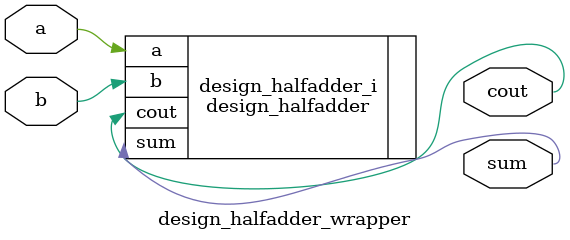
<source format=v>
`timescale 1 ps / 1 ps

module design_halfadder_wrapper
   (a,
    b,
    cout,
    sum);
  input [0:0]a;
  input [0:0]b;
  output [0:0]cout;
  output [0:0]sum;

  wire [0:0]a;
  wire [0:0]b;
  wire [0:0]cout;
  wire [0:0]sum;

  design_halfadder design_halfadder_i
       (.a(a),
        .b(b),
        .cout(cout),
        .sum(sum));
endmodule

</source>
